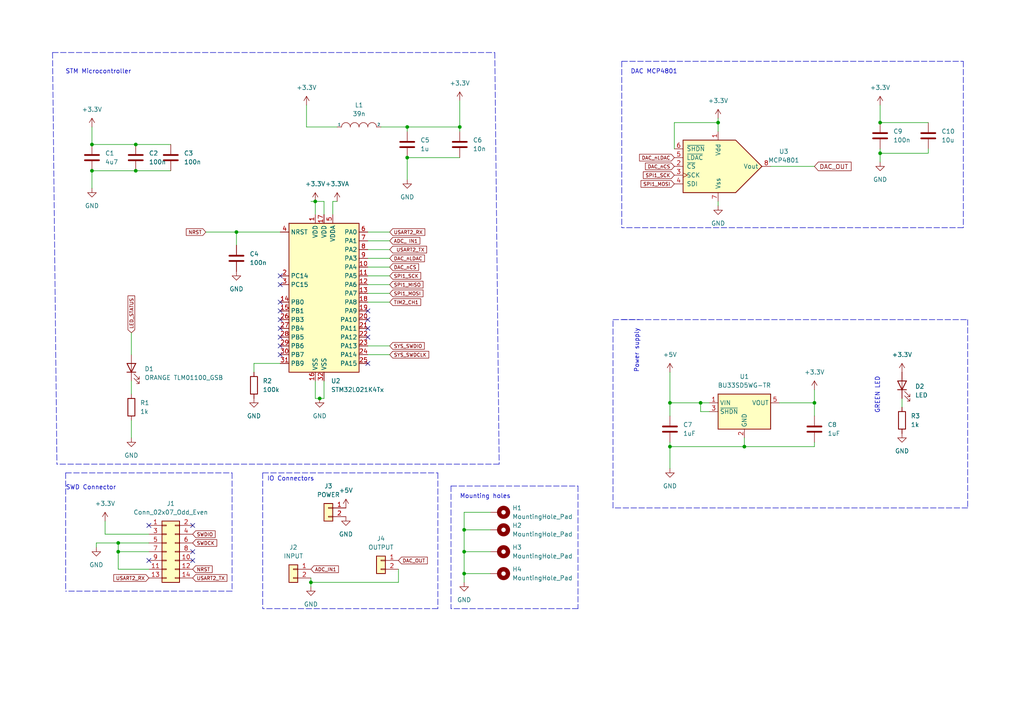
<source format=kicad_sch>
(kicad_sch (version 20211123) (generator eeschema)
  (paper "A4")
  (lib_symbols
    (symbol "Analog_DAC:MCP4801" (pin_names (offset 1.016))
      (property "Reference" "U" (at 1.27 10.795 0))
      (property "Value" "MCP4801" (at 1.27 8.89 0))
      (symbol "MCP4801_0_0"
        (polyline (pts (xy 12.7 0) (xy 5.08 7.62) (xy -10.16 7.62) (xy -10.16 -7.62) (xy 5.08 -7.62) (xy 12.7 0)) (stroke (width 0.254)) (fill (type background)))
      )
      (symbol "MCP4801_1_1"
        (pin power_in line (at 0 10.16 270) (length 2.54) (name "Vdd") (number "1"))
        (pin input line (at -12.7 0 0) (length 2.54) (name "~{CS}") (number "2"))
        (pin input clock (at -12.7 -2.54 0) (length 2.54) (name "SCK") (number "3"))
        (pin input line (at -12.7 -5.08 0) (length 2.54) (name "SDI") (number "4"))
        (pin input line (at -12.7 2.54 0) (length 2.54) (name "~{LDAC}") (number "5"))
        (pin input line (at -12.7 5.08 0) (length 2.54) (name "~{SHDN}") (number "6"))
        (pin power_in line (at 0 -10.16 90) (length 2.54) (name "Vss") (number "7"))
        (pin output line (at 15.24 0 180) (length 2.54) (name "Vout") (number "8"))
      )
    )
    (symbol "Connector_Generic:Conn_01x02" (pin_names (offset 1.016) hide)
      (property "Reference" "J" (at 0 2.54 0))
      (property "Value" "Conn_01x02" (at 0 -5.08 0))
      (symbol "Conn_01x02_1_1"
        (rectangle (start -1.27 -2.413) (end 0 -2.667) (stroke (width 0.1524)))
        (rectangle (start -1.27 0.127) (end 0 -0.127) (stroke (width 0.1524)))
        (rectangle (start -1.27 1.27) (end 1.27 -3.81) (stroke (width 0.254)) (fill (type background)))
        (pin passive line (at -5.08 0 0) (length 3.81) (name "Pin_1") (number "1"))
        (pin passive line (at -5.08 -2.54 0) (length 3.81) (name "Pin_2") (number "2"))
      )
    )
    (symbol "Connector_Generic:Conn_02x07_Odd_Even" (pin_names (offset 1.016) hide)
      (property "Reference" "J" (at 1.27 10.16 0))
      (property "Value" "Conn_02x07_Odd_Even" (at 1.27 -10.16 0))
      (symbol "Conn_02x07_Odd_Even_1_1"
        (rectangle (start -1.27 -7.493) (end 0 -7.747) (stroke (width 0.1524)))
        (rectangle (start -1.27 -4.953) (end 0 -5.207) (stroke (width 0.1524)))
        (rectangle (start -1.27 -2.413) (end 0 -2.667) (stroke (width 0.1524)))
        (rectangle (start -1.27 0.127) (end 0 -0.127) (stroke (width 0.1524)))
        (rectangle (start -1.27 2.667) (end 0 2.413) (stroke (width 0.1524)))
        (rectangle (start -1.27 5.207) (end 0 4.953) (stroke (width 0.1524)))
        (rectangle (start -1.27 7.747) (end 0 7.493) (stroke (width 0.1524)))
        (rectangle (start -1.27 8.89) (end 3.81 -8.89) (stroke (width 0.254)) (fill (type background)))
        (rectangle (start 3.81 -7.493) (end 2.54 -7.747) (stroke (width 0.1524)))
        (rectangle (start 3.81 -4.953) (end 2.54 -5.207) (stroke (width 0.1524)))
        (rectangle (start 3.81 -2.413) (end 2.54 -2.667) (stroke (width 0.1524)))
        (rectangle (start 3.81 0.127) (end 2.54 -0.127) (stroke (width 0.1524)))
        (rectangle (start 3.81 2.667) (end 2.54 2.413) (stroke (width 0.1524)))
        (rectangle (start 3.81 5.207) (end 2.54 4.953) (stroke (width 0.1524)))
        (rectangle (start 3.81 7.747) (end 2.54 7.493) (stroke (width 0.1524)))
        (pin passive line (at -5.08 7.62 0) (length 3.81) (name "Pin_1") (number "1"))
        (pin passive line (at 7.62 -2.54 180) (length 3.81) (name "Pin_10") (number "10"))
        (pin passive line (at -5.08 -5.08 0) (length 3.81) (name "Pin_11") (number "11"))
        (pin passive line (at 7.62 -5.08 180) (length 3.81) (name "Pin_12") (number "12"))
        (pin passive line (at -5.08 -7.62 0) (length 3.81) (name "Pin_13") (number "13"))
        (pin passive line (at 7.62 -7.62 180) (length 3.81) (name "Pin_14") (number "14"))
        (pin passive line (at 7.62 7.62 180) (length 3.81) (name "Pin_2") (number "2"))
        (pin passive line (at -5.08 5.08 0) (length 3.81) (name "Pin_3") (number "3"))
        (pin passive line (at 7.62 5.08 180) (length 3.81) (name "Pin_4") (number "4"))
        (pin passive line (at -5.08 2.54 0) (length 3.81) (name "Pin_5") (number "5"))
        (pin passive line (at 7.62 2.54 180) (length 3.81) (name "Pin_6") (number "6"))
        (pin passive line (at -5.08 0 0) (length 3.81) (name "Pin_7") (number "7"))
        (pin passive line (at 7.62 0 180) (length 3.81) (name "Pin_8") (number "8"))
        (pin passive line (at -5.08 -2.54 0) (length 3.81) (name "Pin_9") (number "9"))
      )
    )
    (symbol "Device:C" (pin_numbers hide) (pin_names (offset 0.254))
      (property "Reference" "C" (at 0.635 2.54 0))
      (property "Value" "C" (at 0.635 -2.54 0))
      (symbol "C_0_1"
        (polyline (pts (xy -2.032 -0.762) (xy 2.032 -0.762)) (stroke (width 0.508)))
        (polyline (pts (xy -2.032 0.762) (xy 2.032 0.762)) (stroke (width 0.508)))
      )
      (symbol "C_1_1"
        (pin passive line (at 0 3.81 270) (length 2.794) (name "~") (number "1"))
        (pin passive line (at 0 -3.81 90) (length 2.794) (name "~") (number "2"))
      )
    )
    (symbol "Device:LED" (pin_numbers hide) (pin_names (offset 1.016) hide)
      (property "Reference" "D" (at 0 2.54 0))
      (property "Value" "LED" (at 0 -2.54 0))
      (symbol "LED_0_1"
        (polyline (pts (xy -1.27 -1.27) (xy -1.27 1.27)) (stroke (width 0.254)))
        (polyline (pts (xy -1.27 0) (xy 1.27 0)))
        (polyline (pts (xy 1.27 -1.27) (xy 1.27 1.27) (xy -1.27 0) (xy 1.27 -1.27)) (stroke (width 0.254)))
        (polyline (pts (xy -3.048 -0.762) (xy -4.572 -2.286) (xy -3.81 -2.286) (xy -4.572 -2.286) (xy -4.572 -1.524)))
        (polyline (pts (xy -1.778 -0.762) (xy -3.302 -2.286) (xy -2.54 -2.286) (xy -3.302 -2.286) (xy -3.302 -1.524)))
      )
      (symbol "LED_1_1"
        (pin passive line (at -3.81 0 0) (length 2.54) (name "K") (number "1"))
        (pin passive line (at 3.81 0 180) (length 2.54) (name "A") (number "2"))
      )
    )
    (symbol "Device:R" (pin_numbers hide) (pin_names (offset 0))
      (property "Reference" "R" (at 2.032 0 90))
      (property "Value" "R" (at 0 0 90))
      (symbol "R_0_1"
        (rectangle (start -1.016 -2.54) (end 1.016 2.54) (stroke (width 0.254)))
      )
      (symbol "R_1_1"
        (pin passive line (at 0 3.81 270) (length 1.27) (name "~") (number "1"))
        (pin passive line (at 0 -3.81 90) (length 1.27) (name "~") (number "2"))
      )
    )
    (symbol "MCU_ST_STM32L0:STM32L021K4Tx"
      (property "Reference" "U" (at -10.16 21.59 0))
      (property "Value" "STM32L021K4Tx" (at 5.08 21.59 0))
      (symbol "STM32L021K4Tx_0_1"
        (rectangle (start -10.16 -22.86) (end 10.16 20.32) (stroke (width 0.254)) (fill (type background)))
      )
      (symbol "STM32L021K4Tx_1_1"
        (pin power_in line (at -2.54 22.86 270) (length 2.54) (name "VDD") (number "1"))
        (pin bidirectional line (at 12.7 7.62 180) (length 2.54) (name "PA4") (number "10"))
        (pin bidirectional line (at 12.7 5.08 180) (length 2.54) (name "PA5") (number "11"))
        (pin bidirectional line (at 12.7 2.54 180) (length 2.54) (name "PA6") (number "12"))
        (pin bidirectional line (at 12.7 0 180) (length 2.54) (name "PA7") (number "13"))
        (pin bidirectional line (at -12.7 -2.54 0) (length 2.54) (name "PB0") (number "14"))
        (pin bidirectional line (at -12.7 -5.08 0) (length 2.54) (name "PB1") (number "15"))
        (pin power_in line (at -2.54 -25.4 90) (length 2.54) (name "VSS") (number "16"))
        (pin power_in line (at 0 22.86 270) (length 2.54) (name "VDD") (number "17"))
        (pin bidirectional line (at 12.7 -2.54 180) (length 2.54) (name "PA8") (number "18"))
        (pin bidirectional line (at 12.7 -5.08 180) (length 2.54) (name "PA9") (number "19"))
        (pin bidirectional line (at -12.7 5.08 0) (length 2.54) (name "PC14") (number "2"))
        (pin bidirectional line (at 12.7 -7.62 180) (length 2.54) (name "PA10") (number "20"))
        (pin bidirectional line (at 12.7 -10.16 180) (length 2.54) (name "PA11") (number "21"))
        (pin bidirectional line (at 12.7 -12.7 180) (length 2.54) (name "PA12") (number "22"))
        (pin bidirectional line (at 12.7 -15.24 180) (length 2.54) (name "PA13") (number "23"))
        (pin bidirectional line (at 12.7 -17.78 180) (length 2.54) (name "PA14") (number "24"))
        (pin bidirectional line (at 12.7 -20.32 180) (length 2.54) (name "PA15") (number "25"))
        (pin bidirectional line (at -12.7 -7.62 0) (length 2.54) (name "PB3") (number "26"))
        (pin bidirectional line (at -12.7 -10.16 0) (length 2.54) (name "PB4") (number "27"))
        (pin bidirectional line (at -12.7 -12.7 0) (length 2.54) (name "PB5") (number "28"))
        (pin bidirectional line (at -12.7 -15.24 0) (length 2.54) (name "PB6") (number "29"))
        (pin bidirectional line (at -12.7 2.54 0) (length 2.54) (name "PC15") (number "3"))
        (pin bidirectional line (at -12.7 -17.78 0) (length 2.54) (name "PB7") (number "30"))
        (pin bidirectional line (at -12.7 -20.32 0) (length 2.54) (name "PB9") (number "31"))
        (pin power_in line (at 0 -25.4 90) (length 2.54) (name "VSS") (number "32"))
        (pin input line (at -12.7 17.78 0) (length 2.54) (name "NRST") (number "4"))
        (pin power_in line (at 2.54 22.86 270) (length 2.54) (name "VDDA") (number "5"))
        (pin bidirectional line (at 12.7 17.78 180) (length 2.54) (name "PA0") (number "6"))
        (pin bidirectional line (at 12.7 15.24 180) (length 2.54) (name "PA1") (number "7"))
        (pin bidirectional line (at 12.7 12.7 180) (length 2.54) (name "PA2") (number "8"))
        (pin bidirectional line (at 12.7 10.16 180) (length 2.54) (name "PA3") (number "9"))
      )
    )
    (symbol "Mechanical:MountingHole_Pad" (pin_numbers hide) (pin_names (offset 1.016) hide)
      (property "Reference" "H" (at 0 6.35 0))
      (property "Value" "MountingHole_Pad" (at 0 4.445 0))
      (symbol "MountingHole_Pad_0_1"
        (circle (center 0 1.27) (radius 1.27) (stroke (width 1.27)))
      )
      (symbol "MountingHole_Pad_1_1"
        (pin input line (at 0 -2.54 90) (length 2.54) (name "1") (number "1"))
      )
    )
    (symbol "Regulator_Linear:MCP1802x-xx02xOT"
      (property "Reference" "U" (at -6.35 6.35 0))
      (property "Value" "MCP1802x-xx02xOT" (at 0 6.35 0))
      (symbol "MCP1802x-xx02xOT_0_1"
        (rectangle (start -7.62 5.08) (end 7.62 -5.08) (stroke (width 0.254)) (fill (type background)))
      )
      (symbol "MCP1802x-xx02xOT_1_1"
        (pin power_in line (at -10.16 2.54 0) (length 2.54) (name "VIN") (number "1"))
        (pin power_in line (at 0 -7.62 90) (length 2.54) (name "GND") (number "2"))
        (pin input line (at -10.16 0 0) (length 2.54) (name "~{SHDN}") (number "3"))
        (pin no_connect line (at 7.62 0 180) (length 2.54) hide (name "NC") (number "4"))
        (pin power_out line (at 10.16 2.54 180) (length 2.54) (name "VOUT") (number "5"))
      )
    )
    (symbol "power:+3.3V" (power) (pin_names (offset 0))
      (property "Value" "+3.3V" (at 0 3.556 0))
      (symbol "+3.3V_0_1"
        (polyline (pts (xy -0.762 1.27) (xy 0 2.54)))
        (polyline (pts (xy 0 0) (xy 0 2.54)))
        (polyline (pts (xy 0 2.54) (xy 0.762 1.27)))
      )
      (symbol "+3.3V_1_1"
        (pin power_in line (at 0 0 90) (length 0) hide (name "+3.3V") (number "1"))
      )
    )
    (symbol "power:+3.3VA" (power) (pin_names (offset 0))
      (property "Value" "+3.3VA" (at 0 3.556 0))
      (symbol "+3.3VA_0_1"
        (polyline (pts (xy -0.762 1.27) (xy 0 2.54)))
        (polyline (pts (xy 0 0) (xy 0 2.54)))
        (polyline (pts (xy 0 2.54) (xy 0.762 1.27)))
      )
      (symbol "+3.3VA_1_1"
        (pin power_in line (at 0 0 90) (length 0) hide (name "+3.3VA") (number "1"))
      )
    )
    (symbol "power:+5V" (power) (pin_names (offset 0))
      (property "Value" "+5V" (at 0 3.556 0))
      (symbol "+5V_0_1"
        (polyline (pts (xy -0.762 1.27) (xy 0 2.54)))
        (polyline (pts (xy 0 0) (xy 0 2.54)))
        (polyline (pts (xy 0 2.54) (xy 0.762 1.27)))
      )
      (symbol "+5V_1_1"
        (pin power_in line (at 0 0 90) (length 0) hide (name "+5V") (number "1"))
      )
    )
    (symbol "power:GND" (power) (pin_names (offset 0))
      (property "Value" "GND" (at 0 -3.81 0))
      (symbol "GND_0_1"
        (polyline (pts (xy 0 0) (xy 0 -1.27) (xy 1.27 -1.27) (xy 0 -2.54) (xy -1.27 -1.27) (xy 0 -1.27)))
      )
      (symbol "GND_1_1"
        (pin power_in line (at 0 0 270) (length 0) hide (name "GND") (number "1"))
      )
    )
    (symbol "pspice:INDUCTOR" (pin_numbers hide) (pin_names (offset 0))
      (property "Reference" "L" (at 0 2.54 0))
      (property "Value" "INDUCTOR" (at 0 -1.27 0))
      (symbol "INDUCTOR_0_1"
        (arc (start -2.54 0) (mid -3.81 1.27) (end -5.08 0))
        (arc (start 0 0) (mid -1.27 1.27) (end -2.54 0))
        (arc (start 2.54 0) (mid 1.27 1.27) (end 0 0))
        (arc (start 5.08 0) (mid 3.81 1.27) (end 2.54 0))
      )
      (symbol "INDUCTOR_1_1"
        (pin input line (at -6.35 0 0) (length 1.27) (name "1") (number "1"))
        (pin input line (at 6.35 0 180) (length 1.27) (name "2") (number "2"))
      )
    )
  )
  (junction (at 236.22 116.84))
  (junction (at 208.28 35.56))
  (junction (at 255.27 35.56))
  (junction (at 255.27 44.45))
  (junction (at 91.44 58.42))
  (junction (at 194.31 116.84))
  (junction (at 68.58 67.31))
  (junction (at 134.62 160.02))
  (junction (at 26.67 49.53))
  (junction (at 118.11 45.72))
  (junction (at 92.71 115.57))
  (junction (at 134.62 166.37))
  (junction (at 215.9 129.54))
  (junction (at 118.11 36.83))
  (junction (at 203.2 116.84))
  (junction (at 39.37 49.53))
  (junction (at 134.62 153.67))
  (junction (at 34.29 160.02))
  (junction (at 34.29 157.48))
  (junction (at 39.37 41.91))
  (junction (at 26.67 41.91))
  (junction (at 194.31 129.54))
  (junction (at 90.17 168.91))
  (junction (at 133.35 36.83))
  (no_connect (at 43.18 152.4))
  (no_connect (at 55.88 152.4))
  (no_connect (at 55.88 162.56))
  (no_connect (at 81.28 97.79))
  (no_connect (at 106.68 92.71))
  (no_connect (at 55.88 160.02))
  (no_connect (at 106.68 97.79))
  (no_connect (at 106.68 105.41))
  (no_connect (at 81.28 82.55))
  (no_connect (at 106.68 95.25))
  (no_connect (at 81.28 80.01))
  (no_connect (at 81.28 95.25))
  (no_connect (at 106.68 90.17))
  (no_connect (at 81.28 100.33))
  (no_connect (at 81.28 90.17))
  (no_connect (at 81.28 102.87))
  (no_connect (at 81.28 92.71))
  (no_connect (at 81.28 87.63))
  (no_connect (at 43.18 162.56))
  (wire (pts (xy 106.68 102.87) (xy 113.03 102.87)))
  (wire (pts (xy 106.68 82.55) (xy 113.03 82.55)))
  (wire (pts (xy 194.31 128.27) (xy 194.31 129.54)))
  (wire (pts (xy 134.62 160.02) (xy 134.62 166.37)))
  (wire (pts (xy 93.98 115.57) (xy 92.71 115.57)))
  (wire (pts (xy 91.44 115.57) (xy 92.71 115.57)))
  (wire (pts (xy 134.62 160.02) (xy 142.24 160.02)))
  (wire (pts (xy 39.37 49.53) (xy 49.53 49.53)))
  (wire (pts (xy 118.11 36.83) (xy 133.35 36.83)))
  (polyline (pts (xy 76.2 137.16) (xy 76.2 176.53)))
  (wire (pts (xy 91.44 58.42) (xy 91.44 62.23)))
  (wire (pts (xy 215.9 129.54) (xy 215.9 127)))
  (wire (pts (xy 208.28 58.42) (xy 208.28 59.69)))
  (wire (pts (xy 194.31 107.95) (xy 194.31 116.84)))
  (wire (pts (xy 90.17 168.91) (xy 90.17 167.64)))
  (wire (pts (xy 43.18 160.02) (xy 34.29 160.02)))
  (polyline (pts (xy 167.64 140.97) (xy 167.64 176.53)))
  (polyline (pts (xy 15.24 15.24) (xy 16.51 134.62)))
  (wire (pts (xy 194.31 129.54) (xy 194.31 135.89)))
  (wire (pts (xy 106.68 69.85) (xy 113.03 69.85)))
  (polyline (pts (xy 280.67 92.71) (xy 280.67 147.32)))
  (wire (pts (xy 255.27 43.18) (xy 255.27 44.45)))
  (wire (pts (xy 39.37 41.91) (xy 49.53 41.91)))
  (wire (pts (xy 118.11 36.83) (xy 118.11 38.1)))
  (wire (pts (xy 118.11 45.72) (xy 118.11 52.07)))
  (wire (pts (xy 96.52 58.42) (xy 96.52 62.23)))
  (polyline (pts (xy 143.51 15.24) (xy 144.78 134.62)))
  (polyline (pts (xy 177.8 92.71) (xy 185.42 92.71)))
  (wire (pts (xy 93.98 110.49) (xy 93.98 115.57)))
  (wire (pts (xy 255.27 44.45) (xy 269.24 44.45)))
  (wire (pts (xy 106.68 74.93) (xy 113.03 74.93)))
  (wire (pts (xy 38.1 110.49) (xy 38.1 114.3)))
  (polyline (pts (xy 180.34 17.78) (xy 279.4 17.78)))
  (wire (pts (xy 90.17 170.18) (xy 90.17 168.91)))
  (wire (pts (xy 106.68 77.47) (xy 113.03 77.47)))
  (wire (pts (xy 91.44 110.49) (xy 91.44 115.57)))
  (polyline (pts (xy 130.81 140.97) (xy 130.81 176.53)))
  (polyline (pts (xy 15.24 15.24) (xy 143.51 15.24)))
  (wire (pts (xy 106.68 80.01) (xy 113.03 80.01)))
  (wire (pts (xy 68.58 67.31) (xy 68.58 71.12)))
  (wire (pts (xy 88.9 30.48) (xy 88.9 36.83)))
  (wire (pts (xy 195.58 35.56) (xy 195.58 43.18)))
  (wire (pts (xy 106.68 87.63) (xy 113.03 87.63)))
  (wire (pts (xy 27.94 157.48) (xy 27.94 158.75)))
  (wire (pts (xy 59.69 67.31) (xy 68.58 67.31)))
  (wire (pts (xy 106.68 72.39) (xy 113.03 72.39)))
  (wire (pts (xy 38.1 121.92) (xy 38.1 127)))
  (wire (pts (xy 43.18 154.94) (xy 30.48 154.94)))
  (wire (pts (xy 43.18 157.48) (xy 34.29 157.48)))
  (polyline (pts (xy 76.2 137.16) (xy 127 137.16)))
  (wire (pts (xy 34.29 160.02) (xy 34.29 157.48)))
  (wire (pts (xy 208.28 35.56) (xy 208.28 38.1)))
  (wire (pts (xy 203.2 116.84) (xy 205.74 116.84)))
  (wire (pts (xy 255.27 35.56) (xy 269.24 35.56)))
  (wire (pts (xy 110.49 36.83) (xy 118.11 36.83)))
  (wire (pts (xy 91.44 58.42) (xy 93.98 58.42)))
  (wire (pts (xy 34.29 165.1) (xy 34.29 160.02)))
  (wire (pts (xy 194.31 116.84) (xy 194.31 120.65)))
  (wire (pts (xy 261.62 115.57) (xy 261.62 118.11)))
  (wire (pts (xy 133.35 36.83) (xy 133.35 38.1)))
  (wire (pts (xy 90.17 58.42) (xy 91.44 58.42)))
  (polyline (pts (xy 144.78 134.62) (xy 16.51 134.62)))
  (wire (pts (xy 106.68 100.33) (xy 113.03 100.33)))
  (wire (pts (xy 26.67 36.83) (xy 26.67 41.91)))
  (polyline (pts (xy 167.64 176.53) (xy 130.81 176.53)))
  (wire (pts (xy 208.28 35.56) (xy 195.58 35.56)))
  (wire (pts (xy 90.17 168.91) (xy 115.57 168.91)))
  (wire (pts (xy 93.98 62.23) (xy 93.98 58.42)))
  (wire (pts (xy 236.22 113.03) (xy 236.22 116.84)))
  (wire (pts (xy 73.66 105.41) (xy 73.66 107.95)))
  (wire (pts (xy 88.9 36.83) (xy 97.79 36.83)))
  (wire (pts (xy 134.62 153.67) (xy 142.24 153.67)))
  (wire (pts (xy 255.27 30.48) (xy 255.27 35.56)))
  (wire (pts (xy 133.35 29.21) (xy 133.35 36.83)))
  (polyline (pts (xy 67.31 137.16) (xy 67.31 171.45)))
  (wire (pts (xy 134.62 148.59) (xy 134.62 153.67)))
  (polyline (pts (xy 280.67 147.32) (xy 177.8 147.32)))
  (wire (pts (xy 68.58 67.31) (xy 81.28 67.31)))
  (wire (pts (xy 223.52 48.26) (xy 236.22 48.26)))
  (polyline (pts (xy 19.05 137.16) (xy 67.31 137.16)))
  (wire (pts (xy 236.22 129.54) (xy 215.9 129.54)))
  (wire (pts (xy 26.67 49.53) (xy 26.67 54.61)))
  (polyline (pts (xy 19.05 137.16) (xy 19.05 171.45)))
  (wire (pts (xy 134.62 153.67) (xy 134.62 160.02)))
  (polyline (pts (xy 177.8 147.32) (xy 177.8 92.71)))
  (wire (pts (xy 203.2 119.38) (xy 205.74 119.38)))
  (wire (pts (xy 194.31 129.54) (xy 215.9 129.54)))
  (wire (pts (xy 97.79 58.42) (xy 96.52 58.42)))
  (wire (pts (xy 115.57 168.91) (xy 115.57 165.1)))
  (wire (pts (xy 236.22 116.84) (xy 236.22 120.65)))
  (polyline (pts (xy 127 176.53) (xy 76.2 176.53)))
  (wire (pts (xy 106.68 85.09) (xy 113.03 85.09)))
  (wire (pts (xy 38.1 96.52) (xy 38.1 102.87)))
  (wire (pts (xy 43.18 165.1) (xy 34.29 165.1)))
  (wire (pts (xy 255.27 44.45) (xy 255.27 46.99)))
  (polyline (pts (xy 130.81 140.97) (xy 167.64 140.97)))
  (polyline (pts (xy 180.34 17.78) (xy 180.34 66.04)))
  (wire (pts (xy 34.29 157.48) (xy 27.94 157.48)))
  (wire (pts (xy 26.67 41.91) (xy 39.37 41.91)))
  (wire (pts (xy 81.28 105.41) (xy 73.66 105.41)))
  (wire (pts (xy 26.67 49.53) (xy 39.37 49.53)))
  (wire (pts (xy 208.28 34.29) (xy 208.28 35.56)))
  (polyline (pts (xy 67.31 171.45) (xy 19.05 171.45)))
  (polyline (pts (xy 127 137.16) (xy 127 176.53)))
  (wire (pts (xy 134.62 166.37) (xy 134.62 168.91)))
  (wire (pts (xy 30.48 154.94) (xy 30.48 151.13)))
  (wire (pts (xy 118.11 45.72) (xy 133.35 45.72)))
  (wire (pts (xy 236.22 128.27) (xy 236.22 129.54)))
  (polyline (pts (xy 180.34 92.71) (xy 280.67 92.71)))
  (wire (pts (xy 142.24 148.59) (xy 134.62 148.59)))
  (wire (pts (xy 269.24 44.45) (xy 269.24 43.18)))
  (polyline (pts (xy 279.4 17.78) (xy 279.4 66.04)))
  (wire (pts (xy 106.68 67.31) (xy 113.03 67.31)))
  (wire (pts (xy 142.24 166.37) (xy 134.62 166.37)))
  (wire (pts (xy 203.2 116.84) (xy 203.2 119.38)))
  (wire (pts (xy 194.31 116.84) (xy 203.2 116.84)))
  (polyline (pts (xy 279.4 66.04) (xy 180.34 66.04)))
  (wire (pts (xy 226.06 116.84) (xy 236.22 116.84)))
  (text "Mounting holes" (at 133.35 144.78 0) (effects (font (size 1.27 1.27)) (justify left bottom)))
  (text "SWD Connector" (at 19.05 142.24 0) (effects (font (size 1.27 1.27)) (justify left bottom)))
  (text "DAC MCP4801" (at 182.88 21.59 0) (effects (font (size 1.27 1.27)) (justify left bottom)))
  (text "Power supply\n" (at 185.42 95.25 270) (effects (font (size 1.27 1.27)) (justify right bottom)))
  (text "STM Microcontroller" (at 38.1 21.59 180) (effects (font (size 1.27 1.27)) (justify right bottom)))
  (text "IO Connectors" (at 77.47 139.7 0) (effects (font (size 1.27 1.27)) (justify left bottom)))
  (text "GREEN LED" (at 255.27 109.22 270) (effects (font (size 1.27 1.27)) (justify right bottom)))
  (global_label "DAC_nCS" (shape input) (at 195.58 48.26 180) (effects (font (size 1 1))) (property "Intersheet References" "${INTERSHEET_REFS}" (effects hide)))
  (global_label "SYS_SWDCLK" (shape input) (at 113.03 102.87 0) (effects (font (size 1 1))) (property "Intersheet References" "${INTERSHEET_REFS}" (effects hide)))
  (global_label "USART2_RX" (shape input) (at 113.03 67.31 0) (effects (font (size 1 1))) (property "Intersheet References" "${INTERSHEET_REFS}" (effects hide)))
  (global_label "DAC_nLDAC" (shape input) (at 113.03 74.93 0) (effects (font (size 1 1))) (property "Intersheet References" "${INTERSHEET_REFS}" (effects hide)))
  (global_label "USART2_RX" (shape input) (at 43.18 167.64 180) (effects (font (size 1 1))) (property "Intersheet References" "${INTERSHEET_REFS}" (effects hide)))
  (global_label "SPI1_MOSI" (shape input) (at 195.58 53.34 180) (effects (font (size 1 1))) (property "Intersheet References" "${INTERSHEET_REFS}" (effects hide)))
  (global_label "SPI1_SCK" (shape input) (at 113.03 80.01 0) (effects (font (size 1 1))) (property "Intersheet References" "${INTERSHEET_REFS}" (effects hide)))
  (global_label "DAC_OUT" (shape input) (at 236.22 48.26 0) (property "Intersheet References" "${INTERSHEET_REFS}" (effects hide)))
  (global_label " USART2_TX" (shape input) (at 113.03 72.39 0) (effects (font (size 1 1))) (property "Intersheet References" "${INTERSHEET_REFS}" (effects hide)))
  (global_label "DAC_nCS" (shape input) (at 113.03 77.47 0) (effects (font (size 1 1))) (property "Intersheet References" "${INTERSHEET_REFS}" (effects hide)))
  (global_label "NRST" (shape input) (at 55.88 165.1 0) (effects (font (size 1 1))) (property "Intersheet References" "${INTERSHEET_REFS}" (effects hide)))
  (global_label "SPI1_MISO" (shape input) (at 113.03 82.55 0) (effects (font (size 1 1))) (property "Intersheet References" "${INTERSHEET_REFS}" (effects hide)))
  (global_label "SWDCK" (shape input) (at 55.88 157.48 0) (effects (font (size 1 1))) (property "Intersheet References" "${INTERSHEET_REFS}" (effects hide)))
  (global_label "NRST" (shape input) (at 59.69 67.31 180) (effects (font (size 1 1))) (property "Intersheet References" "${INTERSHEET_REFS}" (effects hide)))
  (global_label "SWDIO" (shape input) (at 55.88 154.94 0) (effects (font (size 1 1))) (property "Intersheet References" "${INTERSHEET_REFS}" (effects hide)))
  (global_label "SPI1_SCK" (shape input) (at 195.58 50.8 180) (effects (font (size 1 1))) (property "Intersheet References" "${INTERSHEET_REFS}" (effects hide)))
  (global_label "TIM2_CH1" (shape input) (at 113.03 87.63 0) (effects (font (size 1 1))) (property "Intersheet References" "${INTERSHEET_REFS}" (effects hide)))
  (global_label "USART2_TX" (shape input) (at 55.88 167.64 0) (effects (font (size 1 1))) (property "Intersheet References" "${INTERSHEET_REFS}" (effects hide)))
  (global_label "DAC_nLDAC" (shape input) (at 195.58 45.72 180) (effects (font (size 1 1))) (property "Intersheet References" "${INTERSHEET_REFS}" (effects hide)))
  (global_label "DAC_OUT" (shape input) (at 115.57 162.56 0) (effects (font (size 1 1))) (property "Intersheet References" "${INTERSHEET_REFS}" (effects hide)))
  (global_label "ADC_ IN1" (shape input) (at 113.03 69.85 0) (effects (font (size 1 1))) (property "Intersheet References" "${INTERSHEET_REFS}" (effects hide)))
  (global_label "ADC_IN1" (shape input) (at 90.17 165.1 0) (effects (font (size 1 1))) (property "Intersheet References" "${INTERSHEET_REFS}" (effects hide)))
  (global_label "SPI1_MOSI" (shape input) (at 113.03 85.09 0) (effects (font (size 1 1))) (property "Intersheet References" "${INTERSHEET_REFS}" (effects hide)))
  (global_label "SYS_SWDIO" (shape input) (at 113.03 100.33 0) (effects (font (size 1 1))) (property "Intersheet References" "${INTERSHEET_REFS}" (effects hide)))
  (global_label "LED_STATUS" (shape input) (at 38.1 96.52 90) (effects (font (size 1 1))) (property "Intersheet References" "${INTERSHEET_REFS}" (effects hide)))
  (symbol (lib_id "power:GND") (at 68.58 78.74 0) (unit 1)
    (property "Reference" "#PWR06" (effects hide))
    (property "Value" "GND" (at 68.58 83.82 0))
  )
  (symbol (lib_id "Device:LED") (at 38.1 106.68 90) (unit 1)
    (property "Reference" "D1" (at 41.91 106.9974 90) (effects (justify right)))
    (property "Value" "ORANGE TLM01100_GSB" (at 41.91 109.5374 90) (effects (justify right)))
    (property "Footprint" "LED_SMD:LED_0603_1608Metric_Pad1.05x0.95mm_HandSolder" (effects hide))
  )
  (symbol (lib_id "Mechanical:MountingHole_Pad") (at 144.78 166.37 270) (unit 1)
    (property "Reference" "H4" (at 148.59 165.0999 90) (effects (justify left)))
    (property "Value" "MountingHole_Pad" (at 148.59 167.6399 90) (effects (justify left)))
    (property "Footprint" "MountingHole:MountingHole_3.2mm_M3_Pad" (effects hide))
  )
  (symbol (lib_id "Connector_Generic:Conn_01x02") (at 95.25 147.32 0) (mirror y) (unit 1)
    (property "Reference" "J3" (at 95.25 140.97 0))
    (property "Value" "POWER" (at 95.25 143.51 0))
    (property "Footprint" "Connector_JST:JST_XH_B2B-XH-A_1x02_P2.50mm_Vertical" (effects hide))
  )
  (symbol (lib_id "power:GND") (at 118.11 52.07 0) (unit 1)
    (property "Reference" "#PWR015" (effects hide))
    (property "Value" "GND" (at 118.11 57.15 0))
  )
  (symbol (lib_id "power:GND") (at 26.67 54.61 0) (unit 1)
    (property "Reference" "#PWR02" (effects hide))
    (property "Value" "GND" (at 26.67 59.69 0))
  )
  (symbol (lib_id "power:GND") (at 255.27 46.99 0) (unit 1)
    (property "Reference" "#PWR023" (effects hide))
    (property "Value" "GND" (at 255.27 52.07 0))
  )
  (symbol (lib_id "power:GND") (at 73.66 115.57 0) (unit 1)
    (property "Reference" "#PWR07" (effects hide))
    (property "Value" "GND" (at 73.66 120.65 0))
  )
  (symbol (lib_id "Analog_DAC:MCP4801") (at 208.28 48.26 0) (unit 1)
    (property "Reference" "U3" (at 227.33 43.9293 0))
    (property "Value" "MCP4801" (at 227.33 46.4693 0))
    (property "Footprint" "Package_SO:SOIC-8_3.9x4.9mm_P1.27mm" (effects hide))
    (property "Datasheet" "http://ww1.microchip.com/downloads/en/DeviceDoc/22244B.pdf" (effects hide))
  )
  (symbol (lib_id "Device:C") (at 236.22 124.46 0) (unit 1)
    (property "Reference" "C8" (at 240.03 123.1899 0) (effects (justify left)))
    (property "Value" "1uF" (at 240.03 125.7299 0) (effects (justify left)))
    (property "Footprint" "Capacitor_SMD:C_0805_2012Metric" (effects hide))
  )
  (symbol (lib_id "power:GND") (at 208.28 59.69 0) (unit 1)
    (property "Reference" "#PWR0101" (effects hide))
    (property "Value" "GND" (at 208.28 64.77 0))
  )
  (symbol (lib_id "Mechanical:MountingHole_Pad") (at 144.78 148.59 270) (unit 1)
    (property "Reference" "H1" (at 148.59 147.3199 90) (effects (justify left)))
    (property "Value" "MountingHole_Pad" (at 148.59 149.8599 90) (effects (justify left)))
    (property "Footprint" "MountingHole:MountingHole_3.2mm_M3_Pad" (effects hide))
  )
  (symbol (lib_id "Device:LED") (at 261.62 111.76 90) (unit 1)
    (property "Reference" "D2" (at 265.43 112.0774 90) (effects (justify right)))
    (property "Value" "LED" (at 265.43 114.6174 90) (effects (justify right)))
    (property "Footprint" "LED_SMD:LED_0603_1608Metric_Pad1.05x0.95mm_HandSolder" (effects hide))
  )
  (symbol (lib_id "power:+5V") (at 100.33 147.32 0) (unit 1)
    (property "Reference" "#PWR013" (effects hide))
    (property "Value" "+5V" (at 100.33 142.24 0))
  )
  (symbol (lib_id "Device:C") (at 49.53 45.72 0) (unit 1)
    (property "Reference" "C3" (at 53.34 44.4499 0) (effects (justify left)))
    (property "Value" "100n" (at 53.34 46.9899 0) (effects (justify left)))
    (property "Footprint" "Capacitor_SMD:C_0805_2012Metric_Pad1.18x1.45mm_HandSolder" (effects hide))
  )
  (symbol (lib_id "Device:C") (at 118.11 41.91 0) (unit 1)
    (property "Reference" "C5" (at 121.92 40.6399 0) (effects (justify left)))
    (property "Value" "1u" (at 121.92 43.1799 0) (effects (justify left)))
    (property "Footprint" "Capacitor_SMD:C_0805_2012Metric_Pad1.18x1.45mm_HandSolder" (effects hide))
  )
  (symbol (lib_id "power:+3.3V") (at 88.9 30.48 0) (unit 1)
    (property "Reference" "#PWR08" (effects hide))
    (property "Value" "+3.3V" (at 88.9 25.4 0))
  )
  (symbol (lib_id "power:+3.3V") (at 208.28 34.29 0) (unit 1)
    (property "Reference" "#PWR019" (effects hide))
    (property "Value" "+3.3V" (at 208.28 29.21 0))
  )
  (symbol (lib_id "Device:C") (at 68.58 74.93 0) (unit 1)
    (property "Reference" "C4" (at 72.39 73.6599 0) (effects (justify left)))
    (property "Value" "100n" (at 72.39 76.1999 0) (effects (justify left)))
    (property "Footprint" "Capacitor_SMD:C_0805_2012Metric_Pad1.18x1.45mm_HandSolder" (effects hide))
  )
  (symbol (lib_id "Device:C") (at 194.31 124.46 0) (unit 1)
    (property "Reference" "C7" (at 198.12 123.1899 0) (effects (justify left)))
    (property "Value" "1uF" (at 198.12 125.7299 0) (effects (justify left)))
    (property "Footprint" "Capacitor_SMD:C_0805_2012Metric" (effects hide))
  )
  (symbol (lib_id "Device:C") (at 26.67 45.72 0) (unit 1)
    (property "Reference" "C1" (at 30.48 44.4499 0) (effects (justify left)))
    (property "Value" "4u7" (at 30.48 46.9899 0) (effects (justify left)))
    (property "Footprint" "Capacitor_SMD:C_0805_2012Metric_Pad1.18x1.45mm_HandSolder" (effects hide))
  )
  (symbol (lib_id "power:GND") (at 27.94 158.75 0) (unit 1)
    (property "Reference" "#PWR03" (effects hide))
    (property "Value" "GND" (at 27.94 163.83 0))
  )
  (symbol (lib_id "power:+3.3VA") (at 97.79 58.42 0) (unit 1)
    (property "Reference" "#PWR012" (effects hide))
    (property "Value" "+3.3VA" (at 97.79 53.34 0))
  )
  (symbol (lib_id "power:+3.3V") (at 255.27 30.48 0) (unit 1)
    (property "Reference" "#PWR022" (effects hide))
    (property "Value" "+3.3V" (at 255.27 25.4 0))
  )
  (symbol (lib_id "Connector_Generic:Conn_01x02") (at 110.49 162.56 0) (mirror y) (unit 1)
    (property "Reference" "J4" (at 110.49 156.21 0))
    (property "Value" "OUTPUT" (at 110.49 158.75 0))
    (property "Footprint" "Connector_JST:JST_XH_B2B-XH-A_1x02_P2.50mm_Vertical" (effects hide))
  )
  (symbol (lib_id "Device:C") (at 39.37 45.72 0) (unit 1)
    (property "Reference" "C2" (at 43.18 44.4499 0) (effects (justify left)))
    (property "Value" "100n" (at 43.18 46.9899 0) (effects (justify left)))
    (property "Footprint" "Capacitor_SMD:C_0805_2012Metric_Pad1.18x1.45mm_HandSolder" (effects hide))
  )
  (symbol (lib_id "Device:R") (at 38.1 118.11 0) (unit 1)
    (property "Reference" "R1" (at 40.64 116.8399 0) (effects (justify left)))
    (property "Value" "1k" (at 40.64 119.3799 0) (effects (justify left)))
    (property "Footprint" "Resistor_SMD:R_0805_2012Metric_Pad1.20x1.40mm_HandSolder" (effects hide))
  )
  (symbol (lib_id "power:GND") (at 92.71 115.57 0) (unit 1)
    (property "Reference" "#PWR011" (effects hide))
    (property "Value" "GND" (at 92.71 120.65 0))
  )
  (symbol (lib_id "Device:C") (at 133.35 41.91 0) (unit 1)
    (property "Reference" "C6" (at 137.16 40.6399 0) (effects (justify left)))
    (property "Value" "10n" (at 137.16 43.1799 0) (effects (justify left)))
    (property "Footprint" "Capacitor_SMD:C_0805_2012Metric_Pad1.18x1.45mm_HandSolder" (effects hide))
  )
  (symbol (lib_id "Mechanical:MountingHole_Pad") (at 144.78 160.02 270) (unit 1)
    (property "Reference" "H3" (at 148.59 158.7499 90) (effects (justify left)))
    (property "Value" "MountingHole_Pad" (at 148.59 161.2899 90) (effects (justify left)))
    (property "Footprint" "MountingHole:MountingHole_3.2mm_M3_Pad" (effects hide))
  )
  (symbol (lib_id "Regulator_Linear:MCP1802x-xx02xOT") (at 215.9 119.38 0) (unit 1)
    (property "Reference" "U1" (at 215.9 109.22 0))
    (property "Value" "BU33SD5WG-TR" (at 215.9 111.76 0))
    (property "Footprint" "Package_TO_SOT_SMD:SOT-23-5" (effects hide))
    (property "Datasheet" "http://ww1.microchip.com/downloads/en/DeviceDoc/22053C.pdf" (effects hide))
  )
  (symbol (lib_id "power:+5V") (at 194.31 107.95 0) (unit 1)
    (property "Reference" "#PWR017" (effects hide))
    (property "Value" "+5V" (at 194.31 102.87 0))
  )
  (symbol (lib_id "Device:R") (at 73.66 111.76 0) (unit 1)
    (property "Reference" "R2" (at 76.2 110.4899 0) (effects (justify left)))
    (property "Value" "100k" (at 76.2 113.0299 0) (effects (justify left)))
    (property "Footprint" "Resistor_SMD:R_0805_2012Metric_Pad1.20x1.40mm_HandSolder" (effects hide))
  )
  (symbol (lib_id "power:GND") (at 90.17 170.18 0) (unit 1)
    (property "Reference" "#PWR09" (effects hide))
    (property "Value" "GND" (at 90.17 175.26 0))
  )
  (symbol (lib_id "power:GND") (at 261.62 125.73 0) (unit 1)
    (property "Reference" "#PWR025" (effects hide))
    (property "Value" "GND" (at 261.62 130.81 0))
  )
  (symbol (lib_id "Device:C") (at 255.27 39.37 0) (unit 1)
    (property "Reference" "C9" (at 259.08 38.0999 0) (effects (justify left)))
    (property "Value" "100n" (at 259.08 40.6399 0) (effects (justify left)))
    (property "Footprint" "Capacitor_SMD:C_0805_2012Metric_Pad1.18x1.45mm_HandSolder" (effects hide))
  )
  (symbol (lib_id "power:+3.3V") (at 133.35 29.21 0) (unit 1)
    (property "Reference" "#PWR016" (effects hide))
    (property "Value" "+3.3V" (at 133.35 24.13 0))
  )
  (symbol (lib_id "Device:R") (at 261.62 121.92 0) (unit 1)
    (property "Reference" "R3" (at 264.16 120.6499 0) (effects (justify left)))
    (property "Value" "1k" (at 264.16 123.1899 0) (effects (justify left)))
    (property "Footprint" "Resistor_SMD:R_0805_2012Metric_Pad1.20x1.40mm_HandSolder" (effects hide))
  )
  (symbol (lib_id "power:GND") (at 194.31 135.89 0) (unit 1)
    (property "Reference" "#PWR018" (effects hide))
    (property "Value" "GND" (at 194.31 140.97 0))
  )
  (symbol (lib_id "power:+3.3V") (at 91.44 58.42 0) (unit 1)
    (property "Reference" "#PWR010" (effects hide))
    (property "Value" "+3.3V" (at 91.44 53.34 0))
  )
  (symbol (lib_id "power:GND") (at 134.62 168.91 0) (unit 1)
    (property "Reference" "#PWR020" (effects hide))
    (property "Value" "GND" (at 134.62 173.99 0))
  )
  (symbol (lib_id "power:+3.3V") (at 261.62 107.95 0) (unit 1)
    (property "Reference" "#PWR024" (effects hide))
    (property "Value" "+3.3V" (at 261.62 102.87 0))
  )
  (symbol (lib_id "Device:C") (at 269.24 39.37 0) (unit 1)
    (property "Reference" "C10" (at 273.05 38.0999 0) (effects (justify left)))
    (property "Value" "10u" (at 273.05 40.6399 0) (effects (justify left)))
    (property "Footprint" "Capacitor_SMD:C_0805_2012Metric" (effects hide))
  )
  (symbol (lib_id "power:+3.3V") (at 236.22 113.03 0) (unit 1)
    (property "Reference" "#PWR021" (effects hide))
    (property "Value" "+3.3V" (at 236.22 107.95 0))
  )
  (symbol (lib_id "Connector_Generic:Conn_01x02") (at 85.09 165.1 0) (mirror y) (unit 1)
    (property "Reference" "J2" (at 85.09 158.75 0))
    (property "Value" "INPUT" (at 85.09 161.29 0))
    (property "Footprint" "Connector_JST:JST_XH_B2B-XH-A_1x02_P2.50mm_Vertical" (effects hide))
  )
  (symbol (lib_id "Connector_Generic:Conn_02x07_Odd_Even") (at 48.26 160.02 0) (unit 1)
    (property "Reference" "J1" (at 49.53 146.05 0))
    (property "Value" "Conn_02x07_Odd_Even" (at 49.53 148.59 0))
    (property "Footprint" "Connector_PinHeader_1.27mm:PinHeader_2x07_P1.27mm_Vertical_SMD" (effects hide))
  )
  (symbol (lib_id "MCU_ST_STM32L0:STM32L021K4Tx") (at 93.98 85.09 0) (unit 1)
    (property "Reference" "U2" (at 95.9994 110.49 0) (effects (justify left)))
    (property "Value" "STM32L021K4Tx" (at 95.9994 113.03 0) (effects (justify left)))
    (property "Footprint" "Package_QFP:LQFP-32_7x7mm_P0.8mm" (effects hide))
    (property "Datasheet" "http://www.st.com/st-web-ui/static/active/en/resource/technical/document/datasheet/DM00206858.pdf" (effects hide))
  )
  (symbol (lib_id "Mechanical:MountingHole_Pad") (at 144.78 153.67 270) (unit 1)
    (property "Reference" "H2" (at 148.59 152.3999 90) (effects (justify left)))
    (property "Value" "MountingHole_Pad" (at 148.59 154.9399 90) (effects (justify left)))
    (property "Footprint" "MountingHole:MountingHole_3.2mm_M3_Pad" (effects hide))
  )
  (symbol (lib_id "power:+3.3V") (at 26.67 36.83 0) (unit 1)
    (property "Reference" "#PWR01" (effects hide))
    (property "Value" "+3.3V" (at 26.67 31.75 0))
  )
  (symbol (lib_id "power:+3.3V") (at 30.48 151.13 0) (unit 1)
    (property "Reference" "#PWR04" (effects hide))
    (property "Value" "+3.3V" (at 30.48 146.05 0))
  )
  (symbol (lib_id "power:GND") (at 100.33 149.86 0) (unit 1)
    (property "Reference" "#PWR014" (effects hide))
    (property "Value" "GND" (at 100.33 154.94 0))
  )
  (symbol (lib_id "pspice:INDUCTOR") (at 104.14 36.83 0) (unit 1)
    (property "Reference" "L1" (at 104.14 30.48 0))
    (property "Value" "39n" (at 104.14 33.02 0))
    (property "Footprint" "Inductor_SMD:L_0805_2012Metric_Pad1.05x1.20mm_HandSolder" (effects hide))
  )
  (symbol (lib_id "power:GND") (at 38.1 127 0) (unit 1)
    (property "Reference" "#PWR05" (effects hide))
    (property "Value" "GND" (at 38.1 132.08 0))
  )
)
</source>
